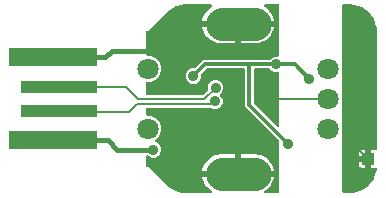
<source format=gbr>
G04 EAGLE Gerber RS-274X export*
G75*
%MOMM*%
%FSLAX34Y34*%
%LPD*%
%INTop Copper*%
%IPPOS*%
%AMOC8*
5,1,8,0,0,1.08239X$1,22.5*%
G01*
%ADD10R,7.500000X1.500000*%
%ADD11R,6.500000X1.000000*%
%ADD12C,1.800000*%
%ADD13C,2.800000*%
%ADD14R,1.000000X1.000000*%
%ADD15C,0.406400*%
%ADD16C,0.203200*%
%ADD17C,0.906400*%
%ADD18C,0.304800*%
%ADD19C,0.800100*%

G36*
X180756Y-79991D02*
X180756Y-79991D01*
X180901Y-79976D01*
X180914Y-79971D01*
X180927Y-79969D01*
X181062Y-79916D01*
X181199Y-79865D01*
X181210Y-79857D01*
X181223Y-79852D01*
X181341Y-79767D01*
X181460Y-79684D01*
X181469Y-79674D01*
X181480Y-79666D01*
X181573Y-79553D01*
X181668Y-79443D01*
X181674Y-79431D01*
X181683Y-79421D01*
X181745Y-79289D01*
X181810Y-79158D01*
X181813Y-79145D01*
X181818Y-79133D01*
X181846Y-78990D01*
X181876Y-78847D01*
X181876Y-78834D01*
X181878Y-78821D01*
X181869Y-78676D01*
X181863Y-78530D01*
X181859Y-78516D01*
X181858Y-78503D01*
X181814Y-78365D01*
X181772Y-78225D01*
X181765Y-78213D01*
X181760Y-78201D01*
X181682Y-78077D01*
X181607Y-77953D01*
X181598Y-77943D01*
X181590Y-77932D01*
X181484Y-77832D01*
X181380Y-77730D01*
X181365Y-77720D01*
X181359Y-77714D01*
X181344Y-77706D01*
X181246Y-77641D01*
X180626Y-77283D01*
X178906Y-75963D01*
X177372Y-74429D01*
X176052Y-72709D01*
X174968Y-70832D01*
X174139Y-68828D01*
X173577Y-66734D01*
X173486Y-66039D01*
X202565Y-66039D01*
X202683Y-66024D01*
X202802Y-66017D01*
X202840Y-66004D01*
X202880Y-65999D01*
X202991Y-65956D01*
X203104Y-65919D01*
X203138Y-65897D01*
X203176Y-65882D01*
X203272Y-65812D01*
X203373Y-65749D01*
X203401Y-65719D01*
X203433Y-65695D01*
X203509Y-65604D01*
X203591Y-65517D01*
X203610Y-65482D01*
X203636Y-65451D01*
X203687Y-65343D01*
X203744Y-65239D01*
X203755Y-65199D01*
X203772Y-65163D01*
X203794Y-65046D01*
X203824Y-64931D01*
X203828Y-64870D01*
X203832Y-64850D01*
X203830Y-64830D01*
X203834Y-64770D01*
X203834Y-63499D01*
X203836Y-63499D01*
X203836Y-64770D01*
X203851Y-64888D01*
X203858Y-65007D01*
X203871Y-65045D01*
X203876Y-65085D01*
X203920Y-65196D01*
X203956Y-65309D01*
X203978Y-65344D01*
X203993Y-65381D01*
X204063Y-65477D01*
X204126Y-65578D01*
X204156Y-65606D01*
X204180Y-65639D01*
X204271Y-65714D01*
X204358Y-65796D01*
X204393Y-65816D01*
X204425Y-65841D01*
X204532Y-65892D01*
X204637Y-65950D01*
X204676Y-65960D01*
X204712Y-65977D01*
X204829Y-65999D01*
X204944Y-66029D01*
X205005Y-66033D01*
X205025Y-66037D01*
X205045Y-66035D01*
X205105Y-66039D01*
X234184Y-66039D01*
X234093Y-66734D01*
X233531Y-68828D01*
X232702Y-70832D01*
X231618Y-72709D01*
X230298Y-74429D01*
X228764Y-75963D01*
X227044Y-77283D01*
X226424Y-77641D01*
X226308Y-77729D01*
X226190Y-77814D01*
X226181Y-77825D01*
X226171Y-77833D01*
X226080Y-77947D01*
X225987Y-78059D01*
X225981Y-78072D01*
X225973Y-78082D01*
X225913Y-78216D01*
X225852Y-78347D01*
X225849Y-78360D01*
X225843Y-78373D01*
X225819Y-78518D01*
X225792Y-78660D01*
X225793Y-78673D01*
X225790Y-78686D01*
X225803Y-78832D01*
X225812Y-78977D01*
X225816Y-78990D01*
X225817Y-79003D01*
X225865Y-79141D01*
X225910Y-79279D01*
X225917Y-79291D01*
X225921Y-79304D01*
X226002Y-79425D01*
X226080Y-79548D01*
X226090Y-79557D01*
X226097Y-79569D01*
X226205Y-79666D01*
X226311Y-79766D01*
X226323Y-79773D01*
X226333Y-79782D01*
X226463Y-79849D01*
X226590Y-79920D01*
X226603Y-79923D01*
X226615Y-79929D01*
X226757Y-79963D01*
X226898Y-79999D01*
X226916Y-80000D01*
X226924Y-80002D01*
X226942Y-80002D01*
X227058Y-80009D01*
X237490Y-80009D01*
X237608Y-79994D01*
X237727Y-79987D01*
X237765Y-79974D01*
X237806Y-79969D01*
X237916Y-79926D01*
X238029Y-79889D01*
X238064Y-79867D01*
X238101Y-79852D01*
X238197Y-79783D01*
X238298Y-79719D01*
X238326Y-79689D01*
X238359Y-79666D01*
X238435Y-79574D01*
X238516Y-79487D01*
X238536Y-79452D01*
X238561Y-79421D01*
X238612Y-79313D01*
X238670Y-79209D01*
X238680Y-79169D01*
X238697Y-79133D01*
X238719Y-79016D01*
X238749Y-78901D01*
X238753Y-78841D01*
X238757Y-78821D01*
X238755Y-78800D01*
X238759Y-78740D01*
X238759Y-36035D01*
X238747Y-35937D01*
X238744Y-35838D01*
X238727Y-35780D01*
X238719Y-35719D01*
X238683Y-35627D01*
X238655Y-35532D01*
X238625Y-35480D01*
X238602Y-35424D01*
X238544Y-35344D01*
X238494Y-35258D01*
X238428Y-35183D01*
X238416Y-35166D01*
X238406Y-35159D01*
X238388Y-35137D01*
X212259Y-9008D01*
X209803Y-6553D01*
X209803Y24384D01*
X209788Y24502D01*
X209781Y24621D01*
X209768Y24659D01*
X209763Y24700D01*
X209720Y24810D01*
X209683Y24923D01*
X209661Y24958D01*
X209646Y24995D01*
X209577Y25091D01*
X209513Y25192D01*
X209483Y25220D01*
X209460Y25253D01*
X209368Y25329D01*
X209281Y25410D01*
X209246Y25430D01*
X209215Y25455D01*
X209107Y25506D01*
X209003Y25564D01*
X208963Y25574D01*
X208927Y25591D01*
X208810Y25613D01*
X208695Y25643D01*
X208635Y25647D01*
X208615Y25651D01*
X208594Y25649D01*
X208534Y25653D01*
X177969Y25653D01*
X177871Y25641D01*
X177772Y25638D01*
X177714Y25621D01*
X177654Y25613D01*
X177561Y25577D01*
X177466Y25549D01*
X177414Y25519D01*
X177358Y25496D01*
X177278Y25438D01*
X177192Y25388D01*
X177117Y25322D01*
X177100Y25310D01*
X177093Y25300D01*
X177072Y25282D01*
X172915Y21125D01*
X172854Y21046D01*
X172786Y20974D01*
X172757Y20921D01*
X172720Y20873D01*
X172680Y20782D01*
X172632Y20696D01*
X172617Y20637D01*
X172593Y20581D01*
X172578Y20483D01*
X172553Y20388D01*
X172547Y20288D01*
X172543Y20267D01*
X172545Y20255D01*
X172543Y20227D01*
X172543Y17912D01*
X171543Y15499D01*
X169697Y13653D01*
X167284Y12653D01*
X164672Y12653D01*
X162259Y13653D01*
X160413Y15499D01*
X159413Y17912D01*
X159413Y20524D01*
X160413Y22937D01*
X162259Y24783D01*
X164672Y25783D01*
X166987Y25783D01*
X167085Y25795D01*
X167184Y25798D01*
X167243Y25815D01*
X167303Y25823D01*
X167395Y25859D01*
X167490Y25887D01*
X167542Y25917D01*
X167598Y25940D01*
X167678Y25998D01*
X167764Y26048D01*
X167839Y26114D01*
X167856Y26126D01*
X167863Y26136D01*
X167885Y26154D01*
X174497Y32767D01*
X229967Y32767D01*
X230065Y32779D01*
X230164Y32782D01*
X230222Y32799D01*
X230283Y32807D01*
X230375Y32843D01*
X230470Y32871D01*
X230522Y32901D01*
X230578Y32924D01*
X230658Y32982D01*
X230744Y33032D01*
X230819Y33098D01*
X230836Y33110D01*
X230843Y33120D01*
X230865Y33138D01*
X232501Y34775D01*
X234914Y35775D01*
X237490Y35775D01*
X237608Y35790D01*
X237727Y35797D01*
X237765Y35810D01*
X237806Y35815D01*
X237916Y35858D01*
X238029Y35895D01*
X238064Y35917D01*
X238101Y35932D01*
X238197Y36001D01*
X238298Y36065D01*
X238326Y36095D01*
X238359Y36118D01*
X238435Y36210D01*
X238516Y36297D01*
X238536Y36332D01*
X238561Y36363D01*
X238612Y36471D01*
X238670Y36575D01*
X238680Y36615D01*
X238697Y36651D01*
X238719Y36768D01*
X238749Y36883D01*
X238753Y36943D01*
X238757Y36963D01*
X238755Y36984D01*
X238759Y37044D01*
X238759Y78740D01*
X238744Y78858D01*
X238737Y78977D01*
X238724Y79015D01*
X238719Y79056D01*
X238676Y79166D01*
X238639Y79279D01*
X238617Y79314D01*
X238602Y79351D01*
X238533Y79447D01*
X238469Y79548D01*
X238439Y79576D01*
X238416Y79609D01*
X238324Y79685D01*
X238237Y79766D01*
X238202Y79786D01*
X238171Y79811D01*
X238063Y79862D01*
X237959Y79920D01*
X237919Y79930D01*
X237883Y79947D01*
X237766Y79969D01*
X237651Y79999D01*
X237591Y80003D01*
X237571Y80007D01*
X237550Y80005D01*
X237490Y80009D01*
X227058Y80009D01*
X226914Y79991D01*
X226769Y79976D01*
X226756Y79971D01*
X226743Y79969D01*
X226608Y79916D01*
X226471Y79865D01*
X226460Y79857D01*
X226447Y79852D01*
X226329Y79767D01*
X226210Y79684D01*
X226201Y79674D01*
X226190Y79666D01*
X226097Y79553D01*
X226002Y79443D01*
X225996Y79431D01*
X225987Y79421D01*
X225925Y79289D01*
X225860Y79158D01*
X225857Y79145D01*
X225852Y79133D01*
X225824Y78990D01*
X225794Y78847D01*
X225794Y78834D01*
X225792Y78821D01*
X225801Y78676D01*
X225807Y78530D01*
X225811Y78516D01*
X225812Y78503D01*
X225856Y78365D01*
X225898Y78225D01*
X225905Y78213D01*
X225910Y78201D01*
X225988Y78077D01*
X226063Y77953D01*
X226072Y77943D01*
X226080Y77932D01*
X226186Y77832D01*
X226290Y77730D01*
X226305Y77720D01*
X226311Y77714D01*
X226326Y77706D01*
X226424Y77641D01*
X227044Y77283D01*
X228764Y75963D01*
X230298Y74429D01*
X231618Y72709D01*
X232702Y70832D01*
X233531Y68828D01*
X234093Y66734D01*
X234184Y66039D01*
X205105Y66039D01*
X204987Y66024D01*
X204868Y66017D01*
X204830Y66004D01*
X204790Y65999D01*
X204679Y65956D01*
X204566Y65919D01*
X204532Y65897D01*
X204494Y65882D01*
X204398Y65812D01*
X204297Y65749D01*
X204269Y65719D01*
X204237Y65695D01*
X204161Y65604D01*
X204079Y65517D01*
X204060Y65482D01*
X204034Y65451D01*
X203983Y65343D01*
X203926Y65239D01*
X203915Y65199D01*
X203898Y65163D01*
X203876Y65046D01*
X203846Y64931D01*
X203842Y64870D01*
X203838Y64850D01*
X203840Y64830D01*
X203836Y64770D01*
X203836Y63499D01*
X203834Y63499D01*
X203834Y64770D01*
X203819Y64888D01*
X203812Y65007D01*
X203799Y65045D01*
X203794Y65085D01*
X203750Y65196D01*
X203714Y65309D01*
X203692Y65344D01*
X203677Y65381D01*
X203607Y65477D01*
X203544Y65578D01*
X203514Y65606D01*
X203490Y65639D01*
X203399Y65714D01*
X203312Y65796D01*
X203277Y65816D01*
X203245Y65841D01*
X203138Y65892D01*
X203033Y65950D01*
X202994Y65960D01*
X202958Y65977D01*
X202841Y65999D01*
X202726Y66029D01*
X202665Y66033D01*
X202645Y66037D01*
X202625Y66035D01*
X202565Y66039D01*
X173486Y66039D01*
X173577Y66734D01*
X174139Y68828D01*
X174968Y70832D01*
X176052Y72709D01*
X177372Y74429D01*
X178906Y75963D01*
X180626Y77283D01*
X181246Y77641D01*
X181362Y77729D01*
X181480Y77814D01*
X181489Y77825D01*
X181499Y77833D01*
X181590Y77947D01*
X181683Y78059D01*
X181689Y78072D01*
X181697Y78082D01*
X181757Y78216D01*
X181818Y78347D01*
X181821Y78360D01*
X181827Y78373D01*
X181851Y78518D01*
X181878Y78660D01*
X181877Y78673D01*
X181880Y78686D01*
X181867Y78832D01*
X181858Y78977D01*
X181854Y78990D01*
X181853Y79003D01*
X181805Y79141D01*
X181760Y79279D01*
X181753Y79291D01*
X181749Y79304D01*
X181668Y79425D01*
X181590Y79548D01*
X181580Y79557D01*
X181573Y79569D01*
X181465Y79666D01*
X181359Y79766D01*
X181347Y79773D01*
X181337Y79782D01*
X181207Y79849D01*
X181080Y79920D01*
X181067Y79923D01*
X181055Y79929D01*
X180913Y79963D01*
X180772Y79999D01*
X180754Y80000D01*
X180746Y80002D01*
X180728Y80002D01*
X180612Y80009D01*
X159746Y80009D01*
X159725Y80007D01*
X159663Y80007D01*
X156845Y79822D01*
X156802Y79813D01*
X156757Y79813D01*
X156599Y79781D01*
X151155Y78323D01*
X151076Y78290D01*
X150994Y78267D01*
X150871Y78207D01*
X150861Y78202D01*
X150857Y78200D01*
X150849Y78196D01*
X145968Y75378D01*
X145933Y75351D01*
X145894Y75331D01*
X145766Y75233D01*
X143643Y73371D01*
X143629Y73355D01*
X143582Y73314D01*
X142466Y72198D01*
X128052Y57784D01*
X127000Y57784D01*
X126882Y57769D01*
X126763Y57762D01*
X126725Y57749D01*
X126684Y57744D01*
X126574Y57701D01*
X126461Y57664D01*
X126426Y57642D01*
X126389Y57627D01*
X126293Y57558D01*
X126192Y57494D01*
X126164Y57464D01*
X126131Y57441D01*
X126056Y57349D01*
X125974Y57262D01*
X125954Y57227D01*
X125929Y57196D01*
X125878Y57088D01*
X125820Y56984D01*
X125810Y56944D01*
X125793Y56908D01*
X125771Y56791D01*
X125741Y56676D01*
X125737Y56616D01*
X125733Y56596D01*
X125735Y56575D01*
X125731Y56515D01*
X125731Y37702D01*
X125746Y37584D01*
X125753Y37465D01*
X125766Y37427D01*
X125771Y37386D01*
X125814Y37276D01*
X125851Y37163D01*
X125873Y37128D01*
X125888Y37091D01*
X125958Y36995D01*
X126021Y36894D01*
X126051Y36866D01*
X126074Y36833D01*
X126166Y36757D01*
X126253Y36676D01*
X126288Y36656D01*
X126319Y36631D01*
X126427Y36580D01*
X126531Y36522D01*
X126571Y36512D01*
X126607Y36495D01*
X126724Y36473D01*
X126839Y36443D01*
X126900Y36439D01*
X126920Y36435D01*
X126940Y36437D01*
X127000Y36433D01*
X129830Y36433D01*
X133885Y34753D01*
X136988Y31650D01*
X138668Y27595D01*
X138668Y23205D01*
X136988Y19150D01*
X133885Y16047D01*
X129830Y14367D01*
X127000Y14367D01*
X126882Y14352D01*
X126763Y14345D01*
X126725Y14332D01*
X126684Y14327D01*
X126574Y14284D01*
X126461Y14247D01*
X126426Y14225D01*
X126389Y14210D01*
X126293Y14141D01*
X126192Y14077D01*
X126164Y14047D01*
X126131Y14024D01*
X126056Y13932D01*
X125974Y13845D01*
X125954Y13810D01*
X125929Y13779D01*
X125878Y13671D01*
X125820Y13567D01*
X125810Y13527D01*
X125793Y13491D01*
X125771Y13374D01*
X125741Y13259D01*
X125737Y13199D01*
X125733Y13179D01*
X125735Y13158D01*
X125731Y13098D01*
X125731Y4150D01*
X125746Y4032D01*
X125753Y3913D01*
X125766Y3875D01*
X125771Y3834D01*
X125814Y3724D01*
X125851Y3611D01*
X125873Y3576D01*
X125888Y3539D01*
X125958Y3443D01*
X126021Y3342D01*
X126051Y3314D01*
X126074Y3281D01*
X126166Y3205D01*
X126253Y3124D01*
X126288Y3104D01*
X126319Y3079D01*
X126427Y3028D01*
X126531Y2970D01*
X126571Y2960D01*
X126607Y2943D01*
X126724Y2921D01*
X126839Y2891D01*
X126900Y2887D01*
X126920Y2883D01*
X126940Y2885D01*
X127000Y2881D01*
X173471Y2881D01*
X173570Y2893D01*
X173669Y2896D01*
X173727Y2913D01*
X173787Y2921D01*
X173879Y2957D01*
X173974Y2985D01*
X174026Y3015D01*
X174083Y3038D01*
X174163Y3096D01*
X174248Y3146D01*
X174323Y3212D01*
X174340Y3224D01*
X174348Y3234D01*
X174369Y3252D01*
X177898Y6782D01*
X177916Y6805D01*
X177939Y6824D01*
X178013Y6930D01*
X178093Y7033D01*
X178105Y7060D01*
X178122Y7084D01*
X178168Y7205D01*
X178219Y7325D01*
X178224Y7354D01*
X178234Y7382D01*
X178249Y7510D01*
X178269Y7639D01*
X178266Y7668D01*
X178270Y7698D01*
X178252Y7826D01*
X178239Y7955D01*
X178229Y7983D01*
X178225Y8013D01*
X178220Y8027D01*
X178220Y10663D01*
X179220Y13076D01*
X181066Y14922D01*
X183479Y15922D01*
X186091Y15922D01*
X188504Y14922D01*
X190350Y13076D01*
X191350Y10663D01*
X191350Y8051D01*
X190350Y5638D01*
X188910Y4198D01*
X188837Y4104D01*
X188759Y4015D01*
X188740Y3979D01*
X188715Y3947D01*
X188668Y3838D01*
X188614Y3732D01*
X188605Y3693D01*
X188589Y3655D01*
X188570Y3538D01*
X188544Y3422D01*
X188546Y3381D01*
X188539Y3341D01*
X188550Y3223D01*
X188554Y3104D01*
X188565Y3065D01*
X188569Y3025D01*
X188609Y2913D01*
X188642Y2798D01*
X188663Y2763D01*
X188677Y2725D01*
X188744Y2627D01*
X188804Y2524D01*
X188844Y2479D01*
X188855Y2462D01*
X188871Y2449D01*
X188910Y2403D01*
X189715Y1599D01*
X190715Y-814D01*
X190715Y-3426D01*
X189715Y-5839D01*
X187869Y-7685D01*
X185456Y-8685D01*
X182844Y-8685D01*
X180721Y-7805D01*
X180712Y-7803D01*
X180704Y-7798D01*
X180559Y-7761D01*
X180414Y-7721D01*
X180405Y-7721D01*
X180396Y-7719D01*
X180235Y-7709D01*
X127000Y-7709D01*
X126882Y-7724D01*
X126763Y-7731D01*
X126725Y-7744D01*
X126684Y-7749D01*
X126574Y-7792D01*
X126461Y-7829D01*
X126426Y-7851D01*
X126389Y-7866D01*
X126293Y-7935D01*
X126192Y-7999D01*
X126164Y-8029D01*
X126131Y-8052D01*
X126056Y-8144D01*
X125974Y-8231D01*
X125954Y-8266D01*
X125929Y-8297D01*
X125878Y-8405D01*
X125820Y-8509D01*
X125810Y-8549D01*
X125793Y-8585D01*
X125771Y-8702D01*
X125741Y-8817D01*
X125737Y-8877D01*
X125733Y-8897D01*
X125735Y-8918D01*
X125731Y-8978D01*
X125731Y-13098D01*
X125746Y-13216D01*
X125753Y-13335D01*
X125766Y-13373D01*
X125771Y-13414D01*
X125814Y-13524D01*
X125851Y-13637D01*
X125873Y-13672D01*
X125888Y-13709D01*
X125958Y-13805D01*
X126021Y-13906D01*
X126051Y-13934D01*
X126074Y-13967D01*
X126166Y-14043D01*
X126253Y-14124D01*
X126288Y-14144D01*
X126319Y-14169D01*
X126427Y-14220D01*
X126531Y-14278D01*
X126571Y-14288D01*
X126607Y-14305D01*
X126724Y-14327D01*
X126839Y-14357D01*
X126900Y-14361D01*
X126920Y-14365D01*
X126940Y-14363D01*
X127000Y-14367D01*
X129830Y-14367D01*
X133885Y-16047D01*
X136988Y-19150D01*
X138668Y-23205D01*
X138668Y-27595D01*
X136988Y-31650D01*
X133765Y-34873D01*
X133734Y-34912D01*
X133698Y-34945D01*
X133637Y-35037D01*
X133570Y-35124D01*
X133550Y-35170D01*
X133523Y-35211D01*
X133487Y-35315D01*
X133444Y-35416D01*
X133436Y-35465D01*
X133420Y-35512D01*
X133411Y-35621D01*
X133394Y-35730D01*
X133398Y-35780D01*
X133395Y-35829D01*
X133413Y-35937D01*
X133424Y-36047D01*
X133440Y-36093D01*
X133449Y-36142D01*
X133494Y-36242D01*
X133531Y-36346D01*
X133559Y-36387D01*
X133579Y-36432D01*
X133648Y-36518D01*
X133710Y-36609D01*
X133747Y-36642D01*
X133778Y-36681D01*
X133866Y-36747D01*
X133948Y-36819D01*
X133992Y-36842D01*
X134032Y-36872D01*
X134177Y-36943D01*
X135799Y-37615D01*
X137645Y-39461D01*
X138645Y-41874D01*
X138645Y-44486D01*
X137645Y-46899D01*
X135799Y-48745D01*
X133386Y-49745D01*
X130774Y-49745D01*
X128361Y-48745D01*
X127898Y-48281D01*
X127788Y-48196D01*
X127681Y-48108D01*
X127662Y-48099D01*
X127646Y-48087D01*
X127518Y-48031D01*
X127393Y-47972D01*
X127373Y-47968D01*
X127354Y-47960D01*
X127216Y-47938D01*
X127081Y-47912D01*
X127060Y-47913D01*
X127040Y-47910D01*
X126901Y-47923D01*
X126763Y-47932D01*
X126744Y-47938D01*
X126724Y-47940D01*
X126593Y-47987D01*
X126461Y-48030D01*
X126443Y-48041D01*
X126424Y-48048D01*
X126310Y-48126D01*
X126192Y-48200D01*
X126178Y-48215D01*
X126161Y-48226D01*
X126069Y-48330D01*
X125974Y-48432D01*
X125964Y-48450D01*
X125951Y-48465D01*
X125888Y-48588D01*
X125820Y-48710D01*
X125815Y-48730D01*
X125806Y-48748D01*
X125776Y-48884D01*
X125741Y-49018D01*
X125739Y-49046D01*
X125737Y-49058D01*
X125737Y-49079D01*
X125731Y-49179D01*
X125731Y-56515D01*
X125746Y-56633D01*
X125753Y-56752D01*
X125766Y-56790D01*
X125771Y-56831D01*
X125814Y-56941D01*
X125851Y-57054D01*
X125873Y-57089D01*
X125888Y-57126D01*
X125958Y-57222D01*
X126021Y-57323D01*
X126051Y-57351D01*
X126074Y-57384D01*
X126166Y-57460D01*
X126253Y-57541D01*
X126288Y-57561D01*
X126319Y-57586D01*
X126427Y-57637D01*
X126531Y-57695D01*
X126571Y-57705D01*
X126607Y-57722D01*
X126724Y-57744D01*
X126839Y-57774D01*
X126900Y-57778D01*
X126920Y-57782D01*
X126940Y-57780D01*
X127000Y-57784D01*
X128052Y-57784D01*
X143582Y-73314D01*
X143598Y-73327D01*
X143643Y-73371D01*
X145766Y-75233D01*
X145803Y-75258D01*
X145834Y-75289D01*
X145968Y-75378D01*
X150849Y-78196D01*
X150928Y-78229D01*
X151003Y-78271D01*
X151132Y-78315D01*
X151142Y-78319D01*
X151147Y-78320D01*
X151155Y-78323D01*
X156599Y-79781D01*
X156643Y-79787D01*
X156685Y-79801D01*
X156845Y-79822D01*
X159663Y-80007D01*
X159684Y-80005D01*
X159746Y-80009D01*
X180612Y-80009D01*
X180756Y-79991D01*
G37*
G36*
X298472Y-80007D02*
X298472Y-80007D01*
X298550Y-80005D01*
X301927Y-79740D01*
X301995Y-79726D01*
X302064Y-79721D01*
X302220Y-79681D01*
X308644Y-77594D01*
X308751Y-77544D01*
X308862Y-77500D01*
X308913Y-77467D01*
X308932Y-77459D01*
X308947Y-77446D01*
X308998Y-77414D01*
X314462Y-73443D01*
X314549Y-73362D01*
X314596Y-73323D01*
X314602Y-73319D01*
X314603Y-73318D01*
X314641Y-73286D01*
X314679Y-73240D01*
X314694Y-73226D01*
X314705Y-73208D01*
X314743Y-73162D01*
X318714Y-67698D01*
X318771Y-67594D01*
X318835Y-67494D01*
X318857Y-67437D01*
X318867Y-67419D01*
X318872Y-67399D01*
X318894Y-67344D01*
X320981Y-60920D01*
X320994Y-60852D01*
X321017Y-60786D01*
X321040Y-60627D01*
X321126Y-59530D01*
X321125Y-59514D01*
X321128Y-59498D01*
X321118Y-59355D01*
X321111Y-59213D01*
X321106Y-59197D01*
X321105Y-59181D01*
X321059Y-59045D01*
X321017Y-58909D01*
X321009Y-58895D01*
X321004Y-58879D01*
X320926Y-58759D01*
X320851Y-58637D01*
X320840Y-58626D01*
X320831Y-58612D01*
X320726Y-58516D01*
X320623Y-58416D01*
X320609Y-58408D01*
X320597Y-58397D01*
X320471Y-58329D01*
X320347Y-58258D01*
X320331Y-58254D01*
X320317Y-58246D01*
X320178Y-58212D01*
X320040Y-58174D01*
X320024Y-58174D01*
X320008Y-58170D01*
X319865Y-58171D01*
X319722Y-58169D01*
X319706Y-58173D01*
X319690Y-58173D01*
X319532Y-58205D01*
X319024Y-58341D01*
X316189Y-58341D01*
X316189Y-52030D01*
X316174Y-51912D01*
X316167Y-51793D01*
X316154Y-51755D01*
X316149Y-51715D01*
X316106Y-51604D01*
X316069Y-51491D01*
X316047Y-51457D01*
X316032Y-51419D01*
X315963Y-51323D01*
X315899Y-51222D01*
X315869Y-51194D01*
X315846Y-51162D01*
X315754Y-51086D01*
X315667Y-51004D01*
X315632Y-50985D01*
X315601Y-50959D01*
X315493Y-50908D01*
X315389Y-50851D01*
X315349Y-50841D01*
X315313Y-50823D01*
X315206Y-50803D01*
X315236Y-50799D01*
X315346Y-50755D01*
X315459Y-50719D01*
X315494Y-50697D01*
X315531Y-50682D01*
X315627Y-50612D01*
X315728Y-50549D01*
X315756Y-50519D01*
X315789Y-50495D01*
X315865Y-50404D01*
X315946Y-50317D01*
X315966Y-50282D01*
X315991Y-50250D01*
X316042Y-50143D01*
X316100Y-50038D01*
X316110Y-49999D01*
X316127Y-49963D01*
X316149Y-49846D01*
X316179Y-49730D01*
X316183Y-49670D01*
X316187Y-49650D01*
X316186Y-49633D01*
X316187Y-49628D01*
X316186Y-49619D01*
X316189Y-49570D01*
X316189Y-43259D01*
X319024Y-43259D01*
X319711Y-43443D01*
X319836Y-43460D01*
X319960Y-43484D01*
X319993Y-43482D01*
X320027Y-43487D01*
X320152Y-43472D01*
X320277Y-43464D01*
X320309Y-43454D01*
X320342Y-43450D01*
X320460Y-43405D01*
X320579Y-43366D01*
X320608Y-43348D01*
X320639Y-43336D01*
X320742Y-43264D01*
X320848Y-43196D01*
X320871Y-43171D01*
X320899Y-43152D01*
X320980Y-43056D01*
X321066Y-42964D01*
X321082Y-42935D01*
X321104Y-42909D01*
X321159Y-42796D01*
X321220Y-42686D01*
X321228Y-42653D01*
X321243Y-42623D01*
X321268Y-42500D01*
X321299Y-42378D01*
X321302Y-42329D01*
X321306Y-42311D01*
X321305Y-42290D01*
X321309Y-42217D01*
X321309Y57150D01*
X321307Y57172D01*
X321305Y57250D01*
X321040Y60627D01*
X321026Y60695D01*
X321021Y60764D01*
X320981Y60920D01*
X318894Y67344D01*
X318843Y67451D01*
X318800Y67562D01*
X318767Y67613D01*
X318759Y67632D01*
X318746Y67647D01*
X318714Y67698D01*
X314743Y73162D01*
X314662Y73249D01*
X314587Y73341D01*
X314540Y73379D01*
X314526Y73394D01*
X314509Y73405D01*
X314463Y73443D01*
X308998Y77414D01*
X308894Y77471D01*
X308794Y77535D01*
X308737Y77557D01*
X308719Y77567D01*
X308699Y77572D01*
X308644Y77594D01*
X302220Y79681D01*
X302152Y79694D01*
X302086Y79717D01*
X301927Y79740D01*
X298550Y80005D01*
X298528Y80004D01*
X298450Y80009D01*
X293370Y80009D01*
X293252Y79994D01*
X293133Y79987D01*
X293095Y79974D01*
X293054Y79969D01*
X292944Y79926D01*
X292831Y79889D01*
X292796Y79867D01*
X292759Y79852D01*
X292663Y79783D01*
X292562Y79719D01*
X292534Y79689D01*
X292501Y79666D01*
X292426Y79574D01*
X292344Y79487D01*
X292324Y79452D01*
X292299Y79421D01*
X292248Y79313D01*
X292190Y79209D01*
X292180Y79169D01*
X292163Y79133D01*
X292141Y79016D01*
X292111Y78901D01*
X292107Y78841D01*
X292103Y78821D01*
X292105Y78800D01*
X292101Y78740D01*
X292101Y-78740D01*
X292116Y-78858D01*
X292123Y-78977D01*
X292136Y-79015D01*
X292141Y-79056D01*
X292184Y-79166D01*
X292221Y-79279D01*
X292243Y-79314D01*
X292258Y-79351D01*
X292328Y-79447D01*
X292391Y-79548D01*
X292421Y-79576D01*
X292444Y-79609D01*
X292536Y-79685D01*
X292623Y-79766D01*
X292658Y-79786D01*
X292689Y-79811D01*
X292797Y-79862D01*
X292901Y-79920D01*
X292941Y-79930D01*
X292977Y-79947D01*
X293094Y-79969D01*
X293209Y-79999D01*
X293270Y-80003D01*
X293290Y-80007D01*
X293310Y-80005D01*
X293370Y-80009D01*
X298450Y-80009D01*
X298472Y-80007D01*
G37*
G36*
X237589Y-23641D02*
X237589Y-23641D01*
X237727Y-23632D01*
X237746Y-23626D01*
X237766Y-23624D01*
X237898Y-23577D01*
X238029Y-23534D01*
X238047Y-23523D01*
X238066Y-23516D01*
X238181Y-23438D01*
X238298Y-23364D01*
X238312Y-23349D01*
X238329Y-23338D01*
X238421Y-23234D01*
X238516Y-23132D01*
X238526Y-23114D01*
X238539Y-23099D01*
X238603Y-22975D01*
X238670Y-22854D01*
X238675Y-22834D01*
X238684Y-22816D01*
X238714Y-22680D01*
X238749Y-22546D01*
X238751Y-22518D01*
X238754Y-22506D01*
X238753Y-22485D01*
X238759Y-22385D01*
X238759Y21376D01*
X238744Y21494D01*
X238737Y21613D01*
X238724Y21651D01*
X238719Y21692D01*
X238676Y21802D01*
X238639Y21915D01*
X238617Y21950D01*
X238602Y21987D01*
X238533Y22083D01*
X238469Y22184D01*
X238439Y22212D01*
X238416Y22245D01*
X238324Y22321D01*
X238237Y22402D01*
X238202Y22422D01*
X238171Y22447D01*
X238063Y22498D01*
X237959Y22556D01*
X237919Y22566D01*
X237883Y22583D01*
X237766Y22605D01*
X237651Y22635D01*
X237591Y22639D01*
X237571Y22643D01*
X237550Y22641D01*
X237490Y22645D01*
X234914Y22645D01*
X232501Y23645D01*
X230865Y25282D01*
X230786Y25342D01*
X230714Y25410D01*
X230661Y25439D01*
X230613Y25476D01*
X230522Y25516D01*
X230436Y25564D01*
X230377Y25579D01*
X230321Y25603D01*
X230223Y25618D01*
X230128Y25643D01*
X230028Y25649D01*
X230007Y25653D01*
X229995Y25651D01*
X229967Y25653D01*
X218186Y25653D01*
X218068Y25638D01*
X217949Y25631D01*
X217911Y25618D01*
X217870Y25613D01*
X217760Y25570D01*
X217647Y25533D01*
X217612Y25511D01*
X217575Y25496D01*
X217479Y25427D01*
X217378Y25363D01*
X217350Y25333D01*
X217317Y25310D01*
X217241Y25218D01*
X217160Y25131D01*
X217140Y25096D01*
X217115Y25065D01*
X217064Y24957D01*
X217006Y24853D01*
X216996Y24813D01*
X216979Y24777D01*
X216957Y24660D01*
X216927Y24545D01*
X216923Y24485D01*
X216919Y24465D01*
X216921Y24444D01*
X216917Y24384D01*
X216917Y-3081D01*
X216929Y-3179D01*
X216932Y-3278D01*
X216949Y-3336D01*
X216957Y-3397D01*
X216993Y-3489D01*
X217021Y-3584D01*
X217051Y-3636D01*
X217074Y-3692D01*
X217132Y-3772D01*
X217182Y-3858D01*
X217248Y-3933D01*
X217260Y-3950D01*
X217270Y-3957D01*
X217288Y-3979D01*
X236593Y-23283D01*
X236702Y-23368D01*
X236809Y-23456D01*
X236828Y-23465D01*
X236844Y-23477D01*
X236972Y-23533D01*
X237097Y-23592D01*
X237117Y-23596D01*
X237136Y-23604D01*
X237274Y-23626D01*
X237410Y-23652D01*
X237430Y-23650D01*
X237450Y-23654D01*
X237589Y-23641D01*
G37*
%LPC*%
G36*
X206374Y46959D02*
X206374Y46959D01*
X206374Y60961D01*
X234184Y60961D01*
X234093Y60266D01*
X233531Y58172D01*
X232702Y56168D01*
X231618Y54291D01*
X230298Y52571D01*
X228764Y51037D01*
X227044Y49717D01*
X225167Y48633D01*
X223163Y47804D01*
X221069Y47242D01*
X218919Y46959D01*
X206374Y46959D01*
G37*
%LPD*%
%LPC*%
G36*
X206374Y-60961D02*
X206374Y-60961D01*
X206374Y-46959D01*
X218919Y-46959D01*
X221069Y-47242D01*
X223163Y-47804D01*
X225167Y-48633D01*
X227044Y-49717D01*
X228764Y-51037D01*
X230298Y-52571D01*
X231618Y-54291D01*
X232702Y-56168D01*
X233531Y-58172D01*
X234093Y-60266D01*
X234184Y-60961D01*
X206374Y-60961D01*
G37*
%LPD*%
%LPC*%
G36*
X188751Y46959D02*
X188751Y46959D01*
X186601Y47242D01*
X184507Y47804D01*
X182503Y48633D01*
X180626Y49717D01*
X178906Y51037D01*
X177372Y52571D01*
X176052Y54291D01*
X174968Y56168D01*
X174139Y58172D01*
X173577Y60266D01*
X173486Y60961D01*
X201296Y60961D01*
X201296Y46959D01*
X188751Y46959D01*
G37*
%LPD*%
%LPC*%
G36*
X173486Y-60961D02*
X173486Y-60961D01*
X173577Y-60266D01*
X174139Y-58172D01*
X174968Y-56168D01*
X176052Y-54291D01*
X177372Y-52571D01*
X178906Y-51037D01*
X180626Y-49717D01*
X182503Y-48633D01*
X184507Y-47804D01*
X186601Y-47242D01*
X188751Y-46959D01*
X201296Y-46959D01*
X201296Y-60961D01*
X173486Y-60961D01*
G37*
%LPD*%
%LPC*%
G36*
X308356Y-58341D02*
X308356Y-58341D01*
X307709Y-58168D01*
X307130Y-57833D01*
X306657Y-57360D01*
X306322Y-56781D01*
X306149Y-56134D01*
X306149Y-53299D01*
X311191Y-53299D01*
X311191Y-58341D01*
X308356Y-58341D01*
G37*
%LPD*%
%LPC*%
G36*
X306149Y-48301D02*
X306149Y-48301D01*
X306149Y-45466D01*
X306322Y-44819D01*
X306657Y-44240D01*
X307130Y-43767D01*
X307709Y-43432D01*
X308356Y-43259D01*
X311191Y-43259D01*
X311191Y-48301D01*
X306149Y-48301D01*
G37*
%LPD*%
D10*
X47530Y-35000D03*
D11*
X52530Y-10000D03*
X52530Y10000D03*
D10*
X47530Y35000D03*
D12*
X280035Y0D03*
X280035Y-25400D03*
X280035Y25400D03*
D13*
X217835Y-63500D02*
X189835Y-63500D01*
X189835Y63500D02*
X217835Y63500D01*
D12*
X127635Y-25400D03*
X127635Y25400D03*
D14*
X313690Y-50800D03*
D15*
X91515Y35000D02*
X47530Y35000D01*
D16*
X203835Y-27305D02*
X203835Y-63500D01*
X203835Y-27305D02*
X208280Y-22860D01*
D17*
X208280Y-22860D03*
D15*
X97155Y40640D02*
X91515Y35000D01*
D17*
X163830Y-26670D03*
X165100Y30480D03*
X232410Y0D03*
D15*
X165100Y30480D02*
X154940Y40640D01*
X97155Y40640D01*
D16*
X232410Y0D02*
X280035Y0D01*
D17*
X184150Y-2120D03*
D16*
X181610Y-4660D01*
X118110Y-4660D01*
X111340Y-11430D01*
X53960Y-11430D02*
X52530Y-10000D01*
X53960Y-11430D02*
X111340Y-11430D01*
X109212Y10000D02*
X52530Y10000D01*
X119380Y-168D02*
X175260Y-168D01*
X119380Y-168D02*
X109212Y10000D01*
D17*
X184785Y9357D03*
D16*
X175260Y-168D01*
D15*
X93420Y-35000D02*
X47530Y-35000D01*
X93420Y-35000D02*
X101600Y-43180D01*
D17*
X132080Y-43180D03*
D15*
X101600Y-43180D01*
D17*
X236220Y29210D03*
X165978Y19218D03*
D18*
X213360Y29210D02*
X236220Y29210D01*
X213360Y29210D02*
X175970Y29210D01*
X165978Y19218D01*
D17*
X246380Y-38100D03*
D18*
X213360Y-5080D01*
D17*
X264160Y16804D03*
D18*
X251754Y29210D01*
X236220Y29210D01*
X213360Y29210D02*
X213360Y-5080D01*
D19*
X306705Y-38100D03*
X306705Y38100D03*
X306705Y63500D03*
X306705Y-63500D03*
D16*
X313690Y-50800D02*
X306705Y-43815D01*
X306705Y-38100D01*
M02*

</source>
